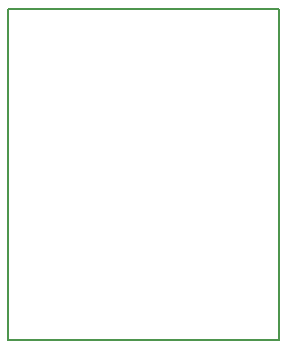
<source format=gko>
G04 #@! TF.FileFunction,Profile,NP*
%FSLAX46Y46*%
G04 Gerber Fmt 4.6, Leading zero omitted, Abs format (unit mm)*
G04 Created by KiCad (PCBNEW 0.201508170901+6097~28~ubuntu14.04.1-product) date So 05 Jun 2016 18:42:39 CEST*
%MOMM*%
G01*
G04 APERTURE LIST*
%ADD10C,0.100000*%
%ADD11C,0.150000*%
G04 APERTURE END LIST*
D10*
D11*
X0Y-28000000D02*
X0Y0D01*
X23000000Y-28000000D02*
X0Y-28000000D01*
X23000000Y0D02*
X23000000Y-28000000D01*
X0Y0D02*
X23000000Y0D01*
M02*

</source>
